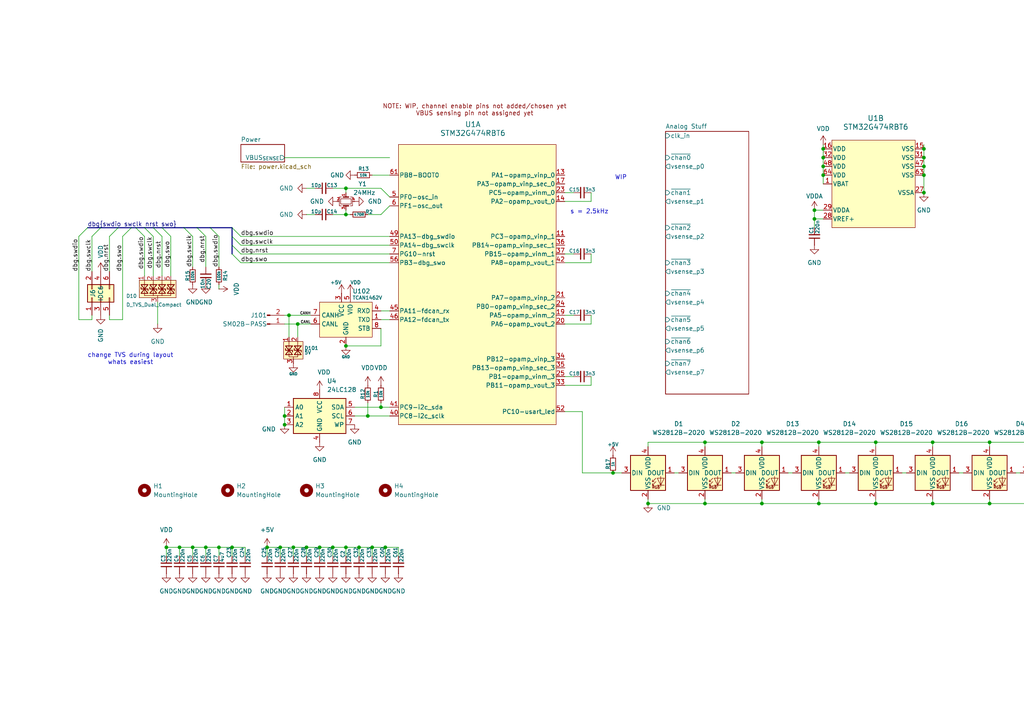
<source format=kicad_sch>
(kicad_sch (version 20250114) (generator "eeschema") (generator_version "9.0")
  (paper "A4")
  (text "s = 2.5kHz" (at 170.942 61.468 0) (effects (font (size 1.27 1.27))))
  (text "WIP" (at 180.086 51.562 0) (effects (font (size 1.27 1.27))))
  (text "change TVS during layout\nwhats easiest" (at 37.846 104.14 0) (effects (font (size 1.27 1.27))))
  (junction (at 77.47 158.75))
  (junction (at 100.33 62.23))
  (junction (at 236.22 63.5))
  (junction (at 177.8 137.16))
  (junction (at 267.97 48.26))
  (junction (at 92.71 158.75))
  (junction (at 111.76 158.75))
  (junction (at 204.47 146.05))
  (junction (at 107.95 158.75))
  (junction (at 303.53 146.05))
  (junction (at 67.31 158.75))
  (junction (at 100.33 54.61))
  (junction (at 267.97 45.72))
  (junction (at 287.02 128.27))
  (junction (at 267.97 50.8))
  (junction (at 100.33 158.75))
  (junction (at 106.68 120.65))
  (junction (at 85.09 158.75))
  (junction (at 52.07 158.75))
  (junction (at 220.98 128.27))
  (junction (at 336.55 128.27))
  (junction (at 237.49 128.27))
  (junction (at 82.55 123.19))
  (junction (at 83.82 91.44))
  (junction (at 238.76 50.8))
  (junction (at 270.51 146.05))
  (junction (at 187.96 146.05))
  (junction (at 303.53 128.27))
  (junction (at 110.49 118.11))
  (junction (at 267.97 43.18))
  (junction (at 270.51 128.27))
  (junction (at 237.49 146.05))
  (junction (at 86.36 93.98))
  (junction (at 63.5 158.75))
  (junction (at 238.76 43.18))
  (junction (at 55.88 158.75))
  (junction (at 238.76 48.26))
  (junction (at 104.14 158.75))
  (junction (at 88.9 158.75))
  (junction (at 48.26 158.75))
  (junction (at 59.69 158.75))
  (junction (at 287.02 146.05))
  (junction (at 267.97 55.88))
  (junction (at 81.28 158.75))
  (junction (at 220.98 146.05))
  (junction (at 320.04 146.05))
  (junction (at 236.22 60.96))
  (junction (at 100.33 100.33))
  (junction (at 204.47 128.27))
  (junction (at 254 146.05))
  (junction (at 96.52 158.75))
  (junction (at 82.55 120.65))
  (junction (at 320.04 128.27))
  (junction (at 238.76 45.72))
  (junction (at 254 128.27))
  (no_connect (at 344.17 137.16))
  (bus_entry (at 34.29 66.04) (size -2.54 2.54))
  (bus_entry (at 44.45 66.04) (size 2.54 2.54))
  (bus_entry (at 41.91 66.04) (size 2.54 2.54))
  (bus_entry (at 46.99 66.04) (size 2.54 2.54))
  (bus_entry (at 38.1 66.04) (size -2.54 2.54))
  (bus_entry (at 39.37 66.04) (size 2.54 2.54))
  (bus_entry (at 57.15 66.04) (size 2.54 2.54))
  (bus_entry (at 67.31 68.58) (size 2.54 2.54))
  (bus_entry (at 53.34 66.04) (size 2.54 2.54))
  (bus_entry (at 67.31 71.12) (size 2.54 2.54))
  (bus_entry (at 60.96 66.04) (size 2.54 2.54))
  (bus_entry (at 67.31 73.66) (size 2.54 2.54))
  (bus_entry (at 25.4 66.04) (size -2.54 2.54))
  (bus_entry (at 29.21 66.04) (size -2.54 2.54))
  (bus_entry (at 67.31 66.04) (size 2.54 2.54))
  (wire (pts (xy 82.55 91.44) (xy 83.82 91.44)))
  (wire (pts (xy 77.47 158.75) (xy 81.28 158.75)))
  (wire (pts (xy 237.49 144.78) (xy 237.49 146.05)))
  (wire (pts (xy 100.33 54.61) (xy 110.49 54.61)))
  (wire (pts (xy 110.49 92.71) (xy 113.03 92.71)))
  (wire (pts (xy 96.52 62.23) (xy 100.33 62.23)))
  (bus (pts (xy 53.34 66.04) (xy 57.15 66.04)))
  (wire (pts (xy 63.5 158.75) (xy 67.31 158.75)))
  (wire (pts (xy 187.96 128.27) (xy 204.47 128.27)))
  (wire (pts (xy 82.55 45.72) (xy 113.03 45.72)))
  (wire (pts (xy 92.71 158.75) (xy 96.52 158.75)))
  (wire (pts (xy 59.69 68.58) (xy 59.69 77.47)))
  (wire (pts (xy 110.49 62.23) (xy 113.03 59.69)))
  (wire (pts (xy 238.76 50.8) (xy 238.76 53.34)))
  (wire (pts (xy 171.45 91.44) (xy 171.45 93.98)))
  (wire (pts (xy 46.99 68.58) (xy 46.99 80.01)))
  (wire (pts (xy 303.53 146.05) (xy 320.04 146.05)))
  (wire (pts (xy 22.86 92.71) (xy 26.67 92.71)))
  (wire (pts (xy 49.53 68.58) (xy 49.53 80.01)))
  (wire (pts (xy 204.47 146.05) (xy 220.98 146.05)))
  (wire (pts (xy 168.91 137.16) (xy 168.91 119.38)))
  (wire (pts (xy 236.22 63.5) (xy 238.76 63.5)))
  (wire (pts (xy 110.49 118.11) (xy 113.03 118.11)))
  (wire (pts (xy 45.72 93.98) (xy 45.72 87.63)))
  (wire (pts (xy 220.98 128.27) (xy 237.49 128.27)))
  (wire (pts (xy 55.88 68.58) (xy 55.88 77.47)))
  (wire (pts (xy 166.37 91.44) (xy 163.83 91.44)))
  (wire (pts (xy 237.49 146.05) (xy 254 146.05)))
  (wire (pts (xy 171.45 93.98) (xy 163.83 93.98)))
  (wire (pts (xy 88.9 158.75) (xy 92.71 158.75)))
  (wire (pts (xy 267.97 43.18) (xy 267.97 45.72)))
  (wire (pts (xy 86.36 93.98) (xy 86.36 97.79)))
  (wire (pts (xy 187.96 144.78) (xy 187.96 146.05)))
  (wire (pts (xy 238.76 41.91) (xy 238.76 43.18)))
  (wire (pts (xy 212.09 137.16) (xy 213.36 137.16)))
  (wire (pts (xy 168.91 137.16) (xy 177.8 137.16)))
  (wire (pts (xy 267.97 50.8) (xy 267.97 55.88)))
  (wire (pts (xy 69.85 73.66) (xy 113.03 73.66)))
  (wire (pts (xy 237.49 128.27) (xy 254 128.27)))
  (wire (pts (xy 238.76 43.18) (xy 238.76 45.72)))
  (wire (pts (xy 83.82 91.44) (xy 83.82 97.79)))
  (wire (pts (xy 63.5 68.58) (xy 63.5 77.47)))
  (wire (pts (xy 67.31 158.75) (xy 67.31 161.29)))
  (wire (pts (xy 85.09 158.75) (xy 85.09 161.29)))
  (wire (pts (xy 35.56 68.58) (xy 35.56 92.71)))
  (wire (pts (xy 100.33 62.23) (xy 101.6 62.23)))
  (wire (pts (xy 107.95 158.75) (xy 111.76 158.75)))
  (wire (pts (xy 238.76 45.72) (xy 238.76 48.26)))
  (wire (pts (xy 63.5 83.82) (xy 63.5 82.55)))
  (wire (pts (xy 238.76 48.26) (xy 238.76 50.8)))
  (bus (pts (xy 67.31 66.04) (xy 67.31 68.58)))
  (wire (pts (xy 104.14 158.75) (xy 104.14 161.29)))
  (wire (pts (xy 303.53 128.27) (xy 320.04 128.27)))
  (wire (pts (xy 71.12 158.75) (xy 71.12 161.29)))
  (wire (pts (xy 59.69 158.75) (xy 59.69 161.29)))
  (wire (pts (xy 270.51 128.27) (xy 287.02 128.27)))
  (wire (pts (xy 55.88 158.75) (xy 55.88 161.29)))
  (wire (pts (xy 267.97 41.91) (xy 267.97 43.18)))
  (wire (pts (xy 88.9 62.23) (xy 91.44 62.23)))
  (wire (pts (xy 254 144.78) (xy 254 146.05)))
  (wire (pts (xy 85.09 158.75) (xy 88.9 158.75)))
  (wire (pts (xy 100.33 158.75) (xy 104.14 158.75)))
  (wire (pts (xy 110.49 95.25) (xy 110.49 100.33)))
  (wire (pts (xy 102.87 120.65) (xy 106.68 120.65)))
  (wire (pts (xy 26.67 68.58) (xy 26.67 78.74)))
  (wire (pts (xy 171.45 76.2) (xy 163.83 76.2)))
  (wire (pts (xy 115.57 158.75) (xy 115.57 161.29)))
  (wire (pts (xy 82.55 118.11) (xy 82.55 120.65)))
  (wire (pts (xy 168.91 119.38) (xy 163.83 119.38)))
  (wire (pts (xy 111.76 158.75) (xy 115.57 158.75)))
  (wire (pts (xy 171.45 58.42) (xy 163.83 58.42)))
  (wire (pts (xy 171.45 55.88) (xy 171.45 58.42)))
  (bus (pts (xy 67.31 68.58) (xy 67.31 71.12)))
  (wire (pts (xy 287.02 128.27) (xy 287.02 129.54)))
  (wire (pts (xy 82.55 120.65) (xy 82.55 123.19)))
  (wire (pts (xy 171.45 73.66) (xy 171.45 76.2)))
  (wire (pts (xy 41.91 68.58) (xy 41.91 80.01)))
  (wire (pts (xy 26.67 91.44) (xy 26.67 92.71)))
  (wire (pts (xy 171.45 111.76) (xy 163.83 111.76)))
  (wire (pts (xy 96.52 158.75) (xy 96.52 161.29)))
  (wire (pts (xy 228.6 137.16) (xy 229.87 137.16)))
  (wire (pts (xy 69.85 76.2) (xy 113.03 76.2)))
  (wire (pts (xy 111.76 158.75) (xy 111.76 161.29)))
  (bus (pts (xy 60.96 66.04) (xy 67.31 66.04)))
  (wire (pts (xy 187.96 146.05) (xy 204.47 146.05)))
  (wire (pts (xy 270.51 146.05) (xy 287.02 146.05)))
  (wire (pts (xy 336.55 144.78) (xy 336.55 146.05)))
  (wire (pts (xy 55.88 158.75) (xy 59.69 158.75)))
  (wire (pts (xy 48.26 158.75) (xy 48.26 161.29)))
  (wire (pts (xy 107.95 158.75) (xy 107.95 161.29)))
  (bus (pts (xy 41.91 66.04) (xy 44.45 66.04)))
  (wire (pts (xy 336.55 128.27) (xy 336.55 129.54)))
  (wire (pts (xy 187.96 128.27) (xy 187.96 129.54)))
  (wire (pts (xy 237.49 128.27) (xy 237.49 129.54)))
  (wire (pts (xy 106.68 116.84) (xy 106.68 120.65)))
  (wire (pts (xy 345.44 128.27) (xy 336.55 128.27)))
  (wire (pts (xy 166.37 73.66) (xy 163.83 73.66)))
  (bus (pts (xy 67.31 71.12) (xy 67.31 73.66)))
  (wire (pts (xy 220.98 146.05) (xy 237.49 146.05)))
  (wire (pts (xy 88.9 54.61) (xy 91.44 54.61)))
  (wire (pts (xy 31.75 92.71) (xy 31.75 91.44)))
  (wire (pts (xy 261.62 137.16) (xy 262.89 137.16)))
  (wire (pts (xy 204.47 128.27) (xy 220.98 128.27)))
  (wire (pts (xy 110.49 90.17) (xy 113.03 90.17)))
  (wire (pts (xy 63.5 158.75) (xy 63.5 161.29)))
  (wire (pts (xy 195.58 137.16) (xy 196.85 137.16)))
  (wire (pts (xy 320.04 146.05) (xy 336.55 146.05)))
  (wire (pts (xy 77.47 158.75) (xy 77.47 161.29)))
  (wire (pts (xy 177.8 137.16) (xy 180.34 137.16)))
  (wire (pts (xy 236.22 63.5) (xy 236.22 66.04)))
  (bus (pts (xy 29.21 66.04) (xy 34.29 66.04)))
  (wire (pts (xy 320.04 144.78) (xy 320.04 146.05)))
  (wire (pts (xy 303.53 144.78) (xy 303.53 146.05)))
  (wire (pts (xy 294.64 137.16) (xy 295.91 137.16)))
  (wire (pts (xy 270.51 144.78) (xy 270.51 146.05)))
  (wire (pts (xy 52.07 158.75) (xy 52.07 161.29)))
  (wire (pts (xy 236.22 60.96) (xy 236.22 63.5)))
  (wire (pts (xy 96.52 158.75) (xy 100.33 158.75)))
  (wire (pts (xy 254 146.05) (xy 270.51 146.05)))
  (wire (pts (xy 81.28 158.75) (xy 85.09 158.75)))
  (wire (pts (xy 254 128.27) (xy 270.51 128.27)))
  (wire (pts (xy 67.31 158.75) (xy 71.12 158.75)))
  (wire (pts (xy 86.36 93.98) (xy 90.17 93.98)))
  (wire (pts (xy 267.97 48.26) (xy 267.97 50.8)))
  (wire (pts (xy 31.75 68.58) (xy 31.75 78.74)))
  (wire (pts (xy 102.87 118.11) (xy 110.49 118.11)))
  (wire (pts (xy 69.85 71.12) (xy 113.03 71.12)))
  (wire (pts (xy 104.14 158.75) (xy 107.95 158.75)))
  (wire (pts (xy 311.15 137.16) (xy 312.42 137.16)))
  (wire (pts (xy 107.95 50.8) (xy 113.03 50.8)))
  (wire (pts (xy 166.37 55.88) (xy 163.83 55.88)))
  (wire (pts (xy 88.9 158.75) (xy 88.9 161.29)))
  (wire (pts (xy 48.26 158.75) (xy 52.07 158.75)))
  (wire (pts (xy 220.98 128.27) (xy 220.98 129.54)))
  (wire (pts (xy 320.04 128.27) (xy 336.55 128.27)))
  (bus (pts (xy 44.45 66.04) (xy 46.99 66.04)))
  (bus (pts (xy 46.99 66.04) (xy 53.34 66.04)))
  (wire (pts (xy 303.53 128.27) (xy 303.53 129.54)))
  (wire (pts (xy 171.45 109.22) (xy 171.45 111.76)))
  (wire (pts (xy 106.68 62.23) (xy 110.49 62.23)))
  (wire (pts (xy 220.98 144.78) (xy 220.98 146.05)))
  (wire (pts (xy 22.86 68.58) (xy 22.86 92.71)))
  (wire (pts (xy 110.49 116.84) (xy 110.49 118.11)))
  (wire (pts (xy 278.13 137.16) (xy 279.4 137.16)))
  (wire (pts (xy 82.55 93.98) (xy 86.36 93.98)))
  (wire (pts (xy 236.22 60.96) (xy 238.76 60.96)))
  (wire (pts (xy 100.33 158.75) (xy 100.33 161.29)))
  (wire (pts (xy 96.52 54.61) (xy 100.33 54.61)))
  (wire (pts (xy 166.37 109.22) (xy 163.83 109.22)))
  (wire (pts (xy 110.49 54.61) (xy 113.03 57.15)))
  (wire (pts (xy 287.02 144.78) (xy 287.02 146.05)))
  (wire (pts (xy 31.75 92.71) (xy 35.56 92.71)))
  (wire (pts (xy 327.66 137.16) (xy 328.93 137.16)))
  (wire (pts (xy 52.07 158.75) (xy 55.88 158.75)))
  (wire (pts (xy 59.69 158.75) (xy 63.5 158.75)))
  (wire (pts (xy 81.28 158.75) (xy 81.28 161.29)))
  (wire (pts (xy 204.47 144.78) (xy 204.47 146.05)))
  (bus (pts (xy 34.29 66.04) (xy 38.1 66.04)))
  (wire (pts (xy 44.45 68.58) (xy 44.45 80.01)))
  (bus (pts (xy 57.15 66.04) (xy 60.96 66.04)))
  (bus (pts (xy 39.37 66.04) (xy 41.91 66.04)))
  (wire (pts (xy 270.51 128.27) (xy 270.51 129.54)))
  (wire (pts (xy 110.49 100.33) (xy 100.33 100.33)))
  (bus (pts (xy 25.4 66.04) (xy 29.21 66.04)))
  (wire (pts (xy 69.85 68.58) (xy 113.03 68.58)))
  (bus (pts (xy 38.1 66.04) (xy 39.37 66.04)))
  (wire (pts (xy 254 128.27) (xy 254 129.54)))
  (wire (pts (xy 83.82 91.44) (xy 90.17 91.44)))
  (wire (pts (xy 287.02 128.27) (xy 303.53 128.27)))
  (wire (pts (xy 100.33 60.96) (xy 100.33 62.23)))
  (wire (pts (xy 92.71 158.75) (xy 92.71 161.29)))
  (wire (pts (xy 320.04 128.27) (xy 320.04 129.54)))
  (wire (pts (xy 204.47 128.27) (xy 204.47 129.54)))
  (wire (pts (xy 267.97 45.72) (xy 267.97 48.26)))
  (wire (pts (xy 287.02 146.05) (xy 303.53 146.05)))
  (wire (pts (xy 106.68 120.65) (xy 113.03 120.65)))
  (wire (pts (xy 245.11 137.16) (xy 246.38 137.16)))
  (wire (pts (xy 100.33 54.61) (xy 100.33 55.88)))
  (label "dbg.nrst" (at 69.85 73.66 0))
  (label "dbg.swdio" (at 63.5 77.47 90))
  (label "dbg.swo" (at 35.56 78.74 90))
  (label "dbg.swclk" (at 26.67 78.74 90))
  (label "dbg.swclk" (at 44.45 68.58 270))
  (label "CANH" (at 90.17 91.44 180) (effects (font (size 0.762 0.762))))
  (label "dbg.swdio" (at 41.91 68.58 270))
  (label "dbg.nrst" (at 31.75 78.74 90))
  (label "dbg.swclk" (at 55.88 77.47 90))
  (label "dbg.swdio" (at 22.86 78.74 90))
  (label "dbg.swo" (at 69.85 76.2 0))
  (label "dbg.swclk" (at 69.85 71.12 0))
  (label "dbg.swdio" (at 69.85 68.58 0))
  (label "dbg.nrst" (at 46.99 69.85 270))
  (label "dbg.swo" (at 49.53 69.85 270))
  (label "CANL" (at 90.1566 93.98 180) (effects (font (size 0.762 0.762))))
  (label "dbg.nrst" (at 59.69 76.2 90))
  (label "dbg{swdio swclk nrst swo}" (at 25.4 66.04 0))
  (symbol (lib_id "power:GND") (at 29.21 91.44 0) (unit 1)
    (property "Reference" "#PWR036" (effects (hide yes)))
    (property "Value" "GND" (at 29.2099 95.25 90) (effects (justify right)))
    (property "Description" "Power symbol creates a global label with name \"GND\" , ground" (effects (hide yes)))
  )
  (symbol (lib_id "Bluesat:C_CompactV") (at 59.69 80.01 180) (unit 1)
    (property "Reference" "C20" (at 60.579 80.772 90) (effects (font (size 1.016 1.016)) (justify left)))
    (property "Value" "10n" (at 58.801 80.772 90) (effects (font (size 1.016 1.016)) (justify left)))
    (property "Footprint" "Capacitor_SMD:C_0402_1005Metric" (effects (hide yes)))
    (property "Description" "Unpolarized capacitor, compact symbol" (effects (hide yes)))
  )
  (symbol (lib_id "Bluesat:R_CompactV") (at 55.88 80.01 0) (unit 1)
    (property "Reference" "R15" (at 54.991 80.01 90) (effects (font (size 1.016 1.016)) (justify bottom)))
    (property "Value" "100k" (at 55.88 80.01 90) (effects (font (size 0.762 0.762))))
    (property "Footprint" "Resistor_SMD:R_0402_1005Metric" (effects (hide yes)))
    (property "Description" "Resistor, compact symbol" (effects (hide yes)))
  )
  (symbol (lib_id "power:GND") (at 88.9 54.61 270) (unit 1)
    (property "Reference" "#PWR026" (effects (hide yes)))
    (property "Value" "GND" (at 85.09 54.6099 90) (effects (justify right)))
    (property "Description" "Power symbol creates a global label with name \"GND\" , ground" (effects (hide yes)))
  )
  (symbol (lib_id "LED:WS2812B-2020") (at 303.53 137.16 0) (unit 1)
    (property "Reference" "D5" (at 312.42 122.936 0))
    (property "Value" "WS2812B-2020" (at 312.42 125.476 0))
    (property "Footprint" "LED_SMD:LED_WS2812B-2020_PLCC4_2.0x2.0mm" (effects (hide yes)))
    (property "Datasheet" "https://cdn-shop.adafruit.com/product-files/4684/4684_WS2812B-2020_V1.3_EN.pdf" (effects (hide yes)))
    (property "Description" "RGB LED with integrated controller, 2.0 x 2.0 mm, 12 mA" (effects (hide yes)))
  )
  (symbol (lib_id "Bluesat:D_TVS_Dual_Compact") (at 85.09 101.6 0) (unit 1)
    (property "Reference" "D101" (at 88.265 100.965 0) (effects (font (size 1.016 1.016)) (justify left)))
    (property "Value" "5V" (at 88.265 102.235 0) (effects (font (size 1.016 1.016)) (justify left)))
    (property "Footprint" "Package_TO_SOT_SMD:SOT-523" (effects (hide yes)))
    (property "Description" "Dual bidirectional transient-voltage-suppression diode, compact symbol" (effects (hide yes)))
  )
  (symbol (lib_id "power:GND") (at 52.07 166.37 0) (unit 1)
    (property "Reference" "#PWR021" (effects (hide yes)))
    (property "Value" "GND" (at 52.07 171.45 0))
    (property "Description" "Power symbol creates a global label with name \"GND\" , ground" (effects (hide yes)))
  )
  (symbol (lib_id "Mechanical:MountingHole") (at 66.04 142.24 0) (unit 1) (in_bom no)
    (property "Reference" "H2" (at 68.58 140.9699 0) (effects (justify left)))
    (property "Value" "MountingHole" (at 68.58 143.5099 0) (effects (justify left)))
    (property "Footprint" "Bluesat:M2.5" (effects (hide yes)))
    (property "Description" "Mounting Hole without connection" (effects (hide yes)))
  )
  (symbol (lib_id "Mechanical:MountingHole") (at 88.9 142.24 0) (unit 1) (in_bom no)
    (property "Reference" "H3" (at 91.44 140.9699 0) (effects (justify left)))
    (property "Value" "MountingHole" (at 91.44 143.5099 0) (effects (justify left)))
    (property "Footprint" "Bluesat:M2.5" (effects (hide yes)))
    (property "Description" "Mounting Hole without connection" (effects (hide yes)))
  )
  (symbol (lib_id "power:+5V") (at 99.06 85.09 0) (unit 1)
    (property "Reference" "#PWR0108" (effects (hide yes)))
    (property "Value" "+5V" (at 99.06 81.915 0) (effects (font (size 1.016 1.016)) (justify right)))
    (property "Description" "Power symbol creates a global label with name \"+5V\"" (effects (hide yes)))
  )
  (symbol (lib_id "power:GND") (at 71.12 166.37 0) (unit 1)
    (property "Reference" "#PWR053" (effects (hide yes)))
    (property "Value" "GND" (at 71.12 171.45 0))
    (property "Description" "Power symbol creates a global label with name \"GND\" , ground" (effects (hide yes)))
  )
  (symbol (lib_id "Bluesat:C_CompactV") (at 48.26 163.83 0) (unit 1)
    (property "Reference" "C3" (at 47.371 163.068 90) (effects (font (size 1.016 1.016)) (justify left)))
    (property "Value" "220n" (at 49.149 163.068 90) (effects (font (size 1.016 1.016)) (justify left)))
    (property "Footprint" "Capacitor_SMD:C_0402_1005Metric" (effects (hide yes)))
    (property "Description" "Unpolarized capacitor, compact symbol" (effects (hide yes)))
  )
  (symbol (lib_id "power:GND") (at 85.09 166.37 0) (unit 1)
    (property "Reference" "#PWR056" (effects (hide yes)))
    (property "Value" "GND" (at 85.09 171.45 0))
    (property "Description" "Power symbol creates a global label with name \"GND\" , ground" (effects (hide yes)))
  )
  (symbol (lib_id "power:GND") (at 100.33 166.37 0) (unit 1)
    (property "Reference" "#PWR010" (effects (hide yes)))
    (property "Value" "GND" (at 100.33 171.45 0))
    (property "Description" "Power symbol creates a global label with name \"GND\" , ground" (effects (hide yes)))
  )
  (symbol (lib_id "Bluesat:R_CompactV") (at 110.49 114.3 0) (unit 1)
    (property "Reference" "R1" (at 109.601 114.3 90) (effects (font (size 1.016 1.016)) (justify bottom)))
    (property "Value" "10k" (at 110.49 114.3 90) (effects (font (size 0.762 0.762))))
    (property "Footprint" "Resistor_SMD:R_0402_1005Metric" (effects (hide yes)))
    (property "Description" "Resistor, compact symbol" (effects (hide yes)))
  )
  (symbol (lib_id "power:GND") (at 55.88 166.37 0) (unit 1)
    (property "Reference" "#PWR049" (effects (hide yes)))
    (property "Value" "GND" (at 55.88 171.45 0))
    (property "Description" "Power symbol creates a global label with name \"GND\" , ground" (effects (hide yes)))
  )
  (symbol (lib_id "power:GND") (at 107.95 166.37 0) (unit 1)
    (property "Reference" "#PWR06" (effects (hide yes)))
    (property "Value" "GND" (at 107.95 171.45 0))
    (property "Description" "Power symbol creates a global label with name \"GND\" , ground" (effects (hide yes)))
  )
  (symbol (lib_id "Bluesat:C_CompactV") (at 96.52 163.83 0) (unit 1)
    (property "Reference" "C30" (at 95.631 161.798 90) (effects (font (size 1.016 1.016)) (justify left)))
    (property "Value" "220n" (at 97.409 163.068 90) (effects (font (size 1.016 1.016)) (justify left)))
    (property "Footprint" "Capacitor_SMD:C_0402_1005Metric" (effects (hide yes)))
    (property "Description" "Unpolarized capacitor, compact symbol" (effects (hide yes)))
  )
  (symbol (lib_id "LED:WS2812B-2020") (at 254 137.16 0) (unit 1)
    (property "Reference" "D15" (at 262.89 122.936 0))
    (property "Value" "WS2812B-2020" (at 262.89 125.476 0))
    (property "Footprint" "LED_SMD:LED_WS2812B-2020_PLCC4_2.0x2.0mm" (effects (hide yes)))
    (property "Datasheet" "https://cdn-shop.adafruit.com/product-files/4684/4684_WS2812B-2020_V1.3_EN.pdf" (effects (hide yes)))
    (property "Description" "RGB LED with integrated controller, 2.0 x 2.0 mm, 12 mA" (effects (hide yes)))
  )
  (symbol (lib_id "power:GND") (at 96.52 166.37 0) (unit 1)
    (property "Reference" "#PWR059" (effects (hide yes)))
    (property "Value" "GND" (at 96.52 171.45 0))
    (property "Description" "Power symbol creates a global label with name \"GND\" , ground" (effects (hide yes)))
  )
  (symbol (lib_id "power:VDD") (at 238.76 41.91 0) (unit 1)
    (property "Reference" "#PWR045" (effects (hide yes)))
    (property "Value" "VDD" (at 238.76 37.338 0))
    (property "Description" "Power symbol creates a global label with name \"VDD\"" (effects (hide yes)))
  )
  (symbol (lib_id "Bluesat:C_CompactV") (at 115.57 163.83 0) (unit 1)
    (property "Reference" "C61" (at 114.681 161.798 90) (effects (font (size 1.016 1.016)) (justify left)))
    (property "Value" "220n" (at 116.459 163.068 90) (effects (font (size 1.016 1.016)) (justify left)))
    (property "Footprint" "Capacitor_SMD:C_0402_1005Metric" (effects (hide yes)))
    (property "Description" "Unpolarized capacitor, compact symbol" (effects (hide yes)))
  )
  (symbol (lib_id "power:GND") (at 102.87 58.42 90) (unit 1)
    (property "Reference" "#PWR029" (effects (hide yes)))
    (property "Value" "GND" (at 106.68 58.4199 90) (effects (justify right)))
    (property "Description" "Power symbol creates a global label with name \"GND\" , ground" (effects (hide yes)))
  )
  (symbol (lib_id "power:+5V") (at 177.8 132.08 0) (unit 1)
    (property "Reference" "#PWR03" (effects (hide yes)))
    (property "Value" "+5V" (at 177.8 128.905 0) (effects (font (size 1.016 1.016))))
    (property "Description" "Power symbol creates a global label with name \"+5V\"" (effects (hide yes)))
  )
  (symbol (lib_id "power:GND") (at 100.33 100.33 0) (unit 1)
    (property "Reference" "#PWR0111" (effects (hide yes)))
    (property "Value" "GND" (at 100.33 103.505 0) (effects (font (size 0.762 0.762))))
    (property "Description" "Power symbol creates a global label with name \"GND\" , ground" (effects (hide yes)))
  )
  (symbol (lib_id "power:VDD") (at 48.26 158.75 0) (unit 1)
    (property "Reference" "#PWR07" (effects (hide yes)))
    (property "Value" "VDD" (at 48.26 153.67 0))
    (property "Description" "Power symbol creates a global label with name \"VDD\"" (effects (hide yes)))
  )
  (symbol (lib_id "Connector_Generic:Conn_02x03_Odd_Even") (at 29.21 86.36 90) (unit 1)
    (property "Reference" "J6" (at 26.924 85.09 0))
    (property "Value" "IDC6" (at 29.21 85.09 0))
    (property "Footprint" "Bluesat:IDC6" (effects (hide yes)))
    (property "Description" "Generic connector, double row, 02x03, odd/even pin numbering scheme (row 1 odd numbers, row 2 even numbers), script generated (kicad-library-utils/schlib/autogen/connector/)" (effects (hide yes)))
  )
  (symbol (lib_id "Mechanical:MountingHole") (at 111.76 142.24 0) (unit 1) (in_bom no)
    (property "Reference" "H4" (at 114.3 140.9699 0) (effects (justify left)))
    (property "Value" "MountingHole" (at 114.3 143.5099 0) (effects (justify left)))
    (property "Footprint" "Bluesat:M2.5" (effects (hide yes)))
    (property "Description" "Mounting Hole without connection" (effects (hide yes)))
  )
  (symbol (lib_id "power:GND") (at 187.96 146.05 0) (unit 1)
    (property "Reference" "#PWR02" (effects (hide yes)))
    (property "Value" "GND" (at 190.5 147.3199 0) (effects (justify left)))
    (property "Description" "Power symbol creates a global label with name \"GND\" , ground" (effects (hide yes)))
  )
  (symbol (lib_id "power:GND") (at 102.87 123.19 0) (unit 1)
    (property "Reference" "#PWR01" (effects (hide yes)))
    (property "Value" "GND" (at 102.87 128.27 0))
    (property "Description" "Power symbol creates a global label with name \"GND\" , ground" (effects (hide yes)))
  )
  (symbol (lib_id "power:GND") (at 97.79 58.42 270) (unit 1)
    (property "Reference" "#PWR028" (effects (hide yes)))
    (property "Value" "GND" (at 93.98 58.4199 90) (effects (justify right)))
    (property "Description" "Power symbol creates a global label with name \"GND\" , ground" (effects (hide yes)))
  )
  (symbol (lib_id "Bluesat:C_CompactV") (at 85.09 163.83 0) (unit 1)
    (property "Reference" "C27" (at 84.201 161.798 90) (effects (font (size 1.016 1.016)) (justify left)))
    (property "Value" "220n" (at 85.979 163.068 90) (effects (font (size 1.016 1.016)) (justify left)))
    (property "Footprint" "Capacitor_SMD:C_0402_1005Metric" (effects (hide yes)))
    (property "Description" "Unpolarized capacitor, compact symbol" (effects (hide yes)))
  )
  (symbol (lib_id "power:GND") (at 82.55 123.19 0) (unit 1)
    (property "Reference" "#PWR047" (effects (hide yes)))
    (property "Value" "GND" (at 80.01 124.4601 0) (effects (justify right)))
    (property "Description" "Power symbol creates a global label with name \"GND\" , ground" (effects (hide yes)))
  )
  (symbol (lib_id "power:VDD") (at 101.6 85.09 0) (unit 1)
    (property "Reference" "#PWR0116" (effects (hide yes)))
    (property "Value" "VDD" (at 101.6 81.915 0) (effects (font (size 1.016 1.016)) (justify left)))
    (property "Description" "Power symbol creates a global label with name \"VDD\"" (effects (hide yes)))
  )
  (symbol (lib_id "power:VDD") (at 63.5 83.82 270) (mirror x) (unit 1)
    (property "Reference" "#PWR041" (effects (hide yes)))
    (property "Value" "VDD" (at 68.58 83.82 0))
    (property "Description" "Power symbol creates a global label with name \"VDD\"" (effects (hide yes)))
  )
  (symbol (lib_id "power:GND") (at 104.14 166.37 0) (unit 1)
    (property "Reference" "#PWR05" (effects (hide yes)))
    (property "Value" "GND" (at 104.14 171.45 0))
    (property "Description" "Power symbol creates a global label with name \"GND\" , ground" (effects (hide yes)))
  )
  (symbol (lib_id "Bluesat:C_CompactH") (at 168.91 91.44 0) (mirror y) (unit 1)
    (property "Reference" "C17" (at 168.148 90.551 0) (effects (font (size 1.016 1.016)) (justify left)))
    (property "Value" "3n3" (at 169.672 90.551 0) (effects (font (size 1.016 1.016)) (justify right)))
    (property "Footprint" "Capacitor_SMD:C_0402_1005Metric" (effects (hide yes)))
    (property "Description" "Unpolarized capacitor, compact symbol" (effects (hide yes)))
  )
  (symbol (lib_id "power:GND") (at 88.9 166.37 0) (unit 1)
    (property "Reference" "#PWR057" (effects (hide yes)))
    (property "Value" "GND" (at 88.9 171.45 0))
    (property "Description" "Power symbol creates a global label with name \"GND\" , ground" (effects (hide yes)))
  )
  (symbol (lib_id "LED:WS2812B-2020") (at 220.98 137.16 0) (unit 1)
    (property "Reference" "D13" (at 229.87 122.936 0))
    (property "Value" "WS2812B-2020" (at 229.87 125.476 0))
    (property "Footprint" "LED_SMD:LED_WS2812B-2020_PLCC4_2.0x2.0mm" (effects (hide yes)))
    (property "Datasheet" "https://cdn-shop.adafruit.com/product-files/4684/4684_WS2812B-2020_V1.3_EN.pdf" (effects (hide yes)))
    (property "Description" "RGB LED with integrated controller, 2.0 x 2.0 mm, 12 mA" (effects (hide yes)))
  )
  (symbol (lib_id "Bluesat:C_CompactH") (at 93.98 54.61 0) (unit 1)
    (property "Reference" "C13" (at 94.742 53.721 0) (effects (font (size 1.016 1.016)) (justify left)))
    (property "Value" "10p" (at 93.218 53.721 0) (effects (font (size 1.016 1.016)) (justify right)))
    (property "Footprint" "Capacitor_SMD:C_0402_1005Metric" (effects (hide yes)))
    (property "Description" "Unpolarized capacitor, compact symbol" (effects (hide yes)))
  )
  (symbol (lib_id "LED:WS2812B-2020") (at 320.04 137.16 0) (unit 1)
    (property "Reference" "D6" (at 328.93 122.936 0))
    (property "Value" "WS2812B-2020" (at 328.93 125.476 0))
    (property "Footprint" "LED_SMD:LED_WS2812B-2020_PLCC4_2.0x2.0mm" (effects (hide yes)))
    (property "Datasheet" "https://cdn-shop.adafruit.com/product-files/4684/4684_WS2812B-2020_V1.3_EN.pdf" (effects (hide yes)))
    (property "Description" "RGB LED with integrated controller, 2.0 x 2.0 mm, 12 mA" (effects (hide yes)))
  )
  (symbol (lib_id "power:VDD") (at 110.49 111.76 0) (unit 1)
    (property "Reference" "#PWR04" (effects (hide yes)))
    (property "Value" "VDD" (at 110.49 106.68 0))
    (property "Description" "Power symbol creates a global label with name \"VDD\"" (effects (hide yes)))
  )
  (symbol (lib_id "power:GND") (at 77.47 166.37 0) (unit 1)
    (property "Reference" "#PWR054" (effects (hide yes)))
    (property "Value" "GND" (at 77.47 171.45 0))
    (property "Description" "Power symbol creates a global label with name \"GND\" , ground" (effects (hide yes)))
  )
  (symbol (lib_id "power:+5V") (at 77.47 158.75 0) (unit 1)
    (property "Reference" "#PWR09" (effects (hide yes)))
    (property "Value" "+5V" (at 77.47 153.67 0))
    (property "Description" "Power symbol creates a global label with name \"+5V\"" (effects (hide yes)))
  )
  (symbol (lib_id "Bluesat:C_CompactV") (at 71.12 163.83 0) (unit 1)
    (property "Reference" "C24" (at 70.231 161.798 90) (effects (font (size 1.016 1.016)) (justify left)))
    (property "Value" "220n" (at 72.009 163.068 90) (effects (font (size 1.016 1.016)) (justify left)))
    (property "Footprint" "Capacitor_SMD:C_0402_1005Metric" (effects (hide yes)))
    (property "Description" "Unpolarized capacitor, compact symbol" (effects (hide yes)))
  )
  (symbol (lib_id "power:GND") (at 59.69 166.37 0) (unit 1)
    (property "Reference" "#PWR050" (effects (hide yes)))
    (property "Value" "GND" (at 59.69 171.45 0))
    (property "Description" "Power symbol creates a global label with name \"GND\" , ground" (effects (hide yes)))
  )
  (symbol (lib_id "LED:WS2812B-2020") (at 237.49 137.16 0) (unit 1)
    (property "Reference" "D14" (at 246.38 122.936 0))
    (property "Value" "WS2812B-2020" (at 246.38 125.476 0))
    (property "Footprint" "LED_SMD:LED_WS2812B-2020_PLCC4_2.0x2.0mm" (effects (hide yes)))
    (property "Datasheet" "https://cdn-shop.adafruit.com/product-files/4684/4684_WS2812B-2020_V1.3_EN.pdf" (effects (hide yes)))
    (property "Description" "RGB LED with integrated controller, 2.0 x 2.0 mm, 12 mA" (effects (hide yes)))
  )
  (symbol (lib_id "Bluesat:R_CompactH") (at 63.5 80.01 270) (mirror x) (unit 1)
    (property "Reference" "R14" (at 64.77 81.534 0) (effects (font (size 1.016 1.016)) (justify left bottom)))
    (property "Value" "100k" (at 63.5 80.01 0) (effects (font (size 0.762 0.762))))
    (property "Footprint" "Resistor_SMD:R_0402_1005Metric" (effects (hide yes)))
    (property "Description" "Resistor, compact symbol" (effects (hide yes)))
  )
  (symbol (lib_id "Bluesat:C_CompactV") (at 104.14 163.83 0) (unit 1)
    (property "Reference" "C32" (at 103.251 161.798 90) (effects (font (size 1.016 1.016)) (justify left)))
    (property "Value" "220n" (at 105.029 163.068 90) (effects (font (size 1.016 1.016)) (justify left)))
    (property "Footprint" "Capacitor_SMD:C_0402_1005Metric" (effects (hide yes)))
    (property "Description" "Unpolarized capacitor, compact symbol" (effects (hide yes)))
  )
  (symbol (lib_id "power:VDDA") (at 236.22 60.96 0) (unit 1)
    (property "Reference" "#PWR044" (effects (hide yes)))
    (property "Value" "VDDA" (at 236.22 56.896 0))
    (property "Description" "Power symbol creates a global label with name \"VDDA\"" (effects (hide yes)))
  )
  (symbol (lib_id "Bluesat:C_CompactH") (at 168.91 55.88 0) (mirror y) (unit 1)
    (property "Reference" "C15" (at 168.148 54.991 0) (effects (font (size 1.016 1.016)) (justify left)))
    (property "Value" "3n3" (at 169.672 54.991 0) (effects (font (size 1.016 1.016)) (justify right)))
    (property "Footprint" "Capacitor_SMD:C_0402_1005Metric" (effects (hide yes)))
    (property "Description" "Unpolarized capacitor, compact symbol" (effects (hide yes)))
  )
  (symbol (lib_id "Bluesat:C_CompactV") (at 52.07 163.83 0) (unit 1)
    (property "Reference" "C4" (at 51.181 163.068 90) (effects (font (size 1.016 1.016)) (justify left)))
    (property "Value" "220n" (at 52.959 163.068 90) (effects (font (size 1.016 1.016)) (justify left)))
    (property "Footprint" "Capacitor_SMD:C_0402_1005Metric" (effects (hide yes)))
    (property "Description" "Unpolarized capacitor, compact symbol" (effects (hide yes)))
  )
  (symbol (lib_id "power:GND") (at 81.28 166.37 0) (unit 1)
    (property "Reference" "#PWR055" (effects (hide yes)))
    (property "Value" "GND" (at 81.28 171.45 0))
    (property "Description" "Power symbol creates a global label with name \"GND\" , ground" (effects (hide yes)))
  )
  (symbol (lib_id "LED:WS2812B-2020") (at 204.47 137.16 0) (unit 1)
    (property "Reference" "D2" (at 213.36 122.936 0))
    (property "Value" "WS2812B-2020" (at 213.36 125.476 0))
    (property "Footprint" "LED_SMD:LED_WS2812B-2020_PLCC4_2.0x2.0mm" (effects (hide yes)))
    (property "Datasheet" "https://cdn-shop.adafruit.com/product-files/4684/4684_WS2812B-2020_V1.3_EN.pdf" (effects (hide yes)))
    (property "Description" "RGB LED with integrated controller, 2.0 x 2.0 mm, 12 mA" (effects (hide yes)))
  )
  (symbol (lib_id "Bluesat:R_CompactH") (at 104.14 62.23 0) (unit 1)
    (property "Reference" "R2" (at 105.9815 62.0395 0) (effects (font (size 1.016 1.016)) (justify left bottom)))
    (property "Value" "470R" (at 104.14 62.23 0) (effects (font (size 0.762 0.762))))
    (property "Footprint" "Resistor_SMD:R_0402_1005Metric" (effects (hide yes)))
    (property "Description" "Resistor, compact symbol" (effects (hide yes)))
  )
  (symbol (lib_id "Mechanical:MountingHole") (at 41.91 142.24 0) (unit 1) (in_bom no)
    (property "Reference" "H1" (at 44.45 140.9699 0) (effects (justify left)))
    (property "Value" "MountingHole" (at 44.45 143.5099 0) (effects (justify left)))
    (property "Footprint" "Bluesat:M2.5" (effects (hide yes)))
    (property "Description" "Mounting Hole without connection" (effects (hide yes)))
  )
  (symbol (lib_id "Bluesat:C_CompactV") (at 107.95 163.83 0) (unit 1)
    (property "Reference" "C33" (at 107.061 161.798 90) (effects (font (size 1.016 1.016)) (justify left)))
    (property "Value" "220n" (at 108.839 163.068 90) (effects (font (size 1.016 1.016)) (justify left)))
    (property "Footprint" "Capacitor_SMD:C_0402_1005Metric" (effects (hide yes)))
    (property "Description" "Unpolarized capacitor, compact symbol" (effects (hide yes)))
  )
  (symbol (lib_id "power:GND") (at 59.69 82.55 0) (unit 1)
    (property "Reference" "#PWR068" (effects (hide yes)))
    (property "Value" "GND" (at 59.69 87.63 0))
    (property "Description" "Power symbol creates a global label with name \"GND\" , ground" (effects (hide yes)))
  )
  (symbol (lib_id "Memory_EEPROM:24LC128") (at 92.71 120.65 0) (unit 1)
    (property "Reference" "U4" (at 94.8533 110.49 0) (effects (justify left)))
    (property "Value" "24LC128" (at 94.8533 113.03 0) (effects (justify left)))
    (property "Footprint" "Package_SO:TSSOP-8_4.4x3mm_P0.65mm" (effects (hide yes)))
    (property "Datasheet" "http://ww1.microchip.com/downloads/en/DeviceDoc/21191s.pdf" (effects (hide yes)))
    (property "Description" "I2C Serial EEPROM, 128Kb, DIP-8/SOIC-8/TSSOP-8/DFN-8" (effects (hide yes)))
  )
  (symbol (lib_id "power:GND") (at 267.97 55.88 0) (unit 1)
    (property "Reference" "#PWR066" (effects (hide yes)))
    (property "Value" "GND" (at 267.97 60.96 0))
    (property "Description" "Power symbol creates a global label with name \"GND\" , ground" (effects (hide yes)))
  )
  (symbol (lib_id "LED:WS2812B-2020") (at 270.51 137.16 0) (unit 1)
    (property "Reference" "D16" (at 278.892 122.936 0))
    (property "Value" "WS2812B-2020" (at 279.4 125.476 0))
    (property "Footprint" "LED_SMD:LED_WS2812B-2020_PLCC4_2.0x2.0mm" (effects (hide yes)))
    (property "Datasheet" "https://cdn-shop.adafruit.com/product-files/4684/4684_WS2812B-2020_V1.3_EN.pdf" (effects (hide yes)))
    (property "Description" "RGB LED with integrated controller, 2.0 x 2.0 mm, 12 mA" (effects (hide yes)))
  )
  (symbol (lib_id "Bluesat:C_CompactV") (at 55.88 163.83 0) (unit 1)
    (property "Reference" "C5" (at 54.991 163.068 90) (effects (font (size 1.016 1.016)) (justify left)))
    (property "Value" "220n" (at 56.769 163.068 90) (effects (font (size 1.016 1.016)) (justify left)))
    (property "Footprint" "Capacitor_SMD:C_0402_1005Metric" (effects (hide yes)))
    (property "Description" "Unpolarized capacitor, compact symbol" (effects (hide yes)))
  )
  (symbol (lib_id "Bluesat:C_CompactV") (at 77.47 163.83 0) (unit 1)
    (property "Reference" "C25" (at 76.581 161.798 90) (effects (font (size 1.016 1.016)) (justify left)))
    (property "Value" "220n" (at 78.359 163.068 90) (effects (font (size 1.016 1.016)) (justify left)))
    (property "Footprint" "Capacitor_SMD:C_0402_1005Metric" (effects (hide yes)))
    (property "Description" "Unpolarized capacitor, compact symbol" (effects (hide yes)))
  )
  (symbol (lib_id "power:VDD") (at 106.68 111.76 0) (unit 1)
    (property "Reference" "#PWR064" (effects (hide yes)))
    (property "Value" "VDD" (at 106.68 106.68 0))
    (property "Description" "Power symbol creates a global label with name \"VDD\"" (effects (hide yes)))
  )
  (symbol (lib_id "Bluesat:C_CompactV") (at 81.28 163.83 0) (unit 1)
    (property "Reference" "C26" (at 80.391 161.798 90) (effects (font (size 1.016 1.016)) (justify left)))
    (property "Value" "220n" (at 82.169 163.068 90) (effects (font (size 1.016 1.016)) (justify left)))
    (property "Footprint" "Capacitor_SMD:C_0402_1005Metric" (effects (hide yes)))
    (property "Description" "Unpolarized capacitor, compact symbol" (effects (hide yes)))
  )
  (symbol (lib_id "power:GND") (at 92.71 166.37 0) (unit 1)
    (property "Reference" "#PWR058" (effects (hide yes)))
    (property "Value" "GND" (at 92.71 171.45 0))
    (property "Description" "Power symbol creates a global label with name \"GND\" , ground" (effects (hide yes)))
  )
  (symbol (lib_id "power:GND") (at 111.76 166.37 0) (unit 1)
    (property "Reference" "#PWR017" (effects (hide yes)))
    (property "Value" "GND" (at 111.76 171.45 0))
    (property "Description" "Power symbol creates a global label with name \"GND\" , ground" (effects (hide yes)))
  )
  (symbol (lib_id "Bluesat:C_CompactV") (at 63.5 163.83 0) (unit 1)
    (property "Reference" "C7" (at 62.611 163.068 90) (effects (font (size 1.016 1.016)) (justify left)))
    (property "Value" "4u7" (at 64.389 163.068 90) (effects (font (size 1.016 1.016)) (justify left)))
    (property "Footprint" "Capacitor_SMD:C_0805_2012Metric" (effects (hide yes)))
    (property "Description" "Unpolarized capacitor, compact symbol" (effects (hide yes)))
  )
  (symbol (lib_id "Bluesat:C_CompactV") (at 236.22 68.58 0) (unit 1)
    (property "Reference" "C1" (at 235.331 67.818 90) (effects (font (size 1.016 1.016)) (justify left)))
    (property "Value" "220n" (at 237.109 67.818 90) (effects (font (size 1.016 1.016)) (justify left)))
    (property "Footprint" "Capacitor_SMD:C_0402_1005Metric" (effects (hide yes)))
    (property "Description" "Unpolarized capacitor, compact symbol" (effects (hide yes)))
  )
  (symbol (lib_id "Bluesat:D_TVS_Quad_Compact") (at 45.72 83.82 0) (unit 1)
    (property "Reference" "D10" (at 36.576 85.852 0) (effects (font (size 1.016 1.016)) (justify left)))
    (property "Value" "D_TVS_Dual_Compact" (at 36.576 88.392 0) (effects (font (size 1.016 1.016)) (justify left)))
    (property "Footprint" "Package_DFN_QFN:Diodes_UDFN-10_1.0x2.5mm_P0.5mm" (effects (hide yes)))
    (property "Description" "Dual bidirectional transient-voltage-suppression diode, compact symbol" (effects (hide yes)))
  )
  (symbol (lib_id "power:GND") (at 115.57 166.37 0) (unit 1)
    (property "Reference" "#PWR018" (effects (hide yes)))
    (property "Value" "GND" (at 115.57 171.45 0))
    (property "Description" "Power symbol creates a global label with name \"GND\" , ground" (effects (hide yes)))
  )
  (symbol (lib_id "Device:Crystal_GND24_Small") (at 100.33 58.42 270) (unit 1)
    (property "Reference" "Y1" (at 105.156 53.34 90))
    (property "Value" "24MHz" (at 105.664 55.88 90))
    (property "Footprint" "Crystal:Crystal_SMD_2016-4Pin_2.0x1.6mm" (effects (hide yes)))
    (property "Description" "Four pin crystal, GND on pins 2 and 4, small symbol" (effects (hide yes)))
  )
  (symbol (lib_id "Bluesat:TCAN1462V") (at 100.33 92.71 0) (mirror y) (unit 1)
    (property "Reference" "U102" (at 102.235 84.455 0) (effects (justify right)))
    (property "Value" "TCAN1462V" (at 102.235 86.36 0) (effects (font (size 1.016 1.016)) (justify right)))
    (property "Footprint" "Package_SO:SOIC-8_3.9x4.9mm_P1.27mm" (effects (hide yes)))
  )
  (symbol (lib_id "power:GND") (at 48.26 166.37 0) (unit 1)
    (property "Reference" "#PWR08" (effects (hide yes)))
    (property "Value" "GND" (at 48.26 171.45 0))
    (property "Description" "Power symbol creates a global label with name \"GND\" , ground" (effects (hide yes)))
  )
  (symbol (lib_id "power:GND") (at 88.9 62.23 270) (unit 1)
    (property "Reference" "#PWR027" (effects (hide yes)))
    (property "Value" "GND" (at 85.09 62.2299 90) (effects (justify right)))
    (property "Description" "Power symbol creates a global label with name \"GND\" , ground" (effects (hide yes)))
  )
  (symbol (lib_id "power:VDD") (at 92.71 113.03 0) (unit 1)
    (property "Reference" "#PWR039" (effects (hide yes)))
    (property "Value" "VDD" (at 93.98 107.95 0))
    (property "Description" "Power symbol creates a global label with name \"VDD\"" (effects (hide yes)))
  )
  (symbol (lib_id "Bluesat:R_CompactV") (at 106.68 114.3 0) (unit 1)
    (property "Reference" "R12" (at 105.791 114.3 90) (effects (font (size 1.016 1.016)) (justify bottom)))
    (property "Value" "10k" (at 106.68 114.3 90) (effects (font (size 0.762 0.762))))
    (property "Footprint" "Resistor_SMD:R_0402_1005Metric" (effects (hide yes)))
    (property "Description" "Resistor, compact symbol" (effects (hide yes)))
  )
  (symbol (lib_id "power:GND") (at 55.88 82.55 0) (unit 1)
    (property "Reference" "#PWR042" (effects (hide yes)))
    (property "Value" "GND" (at 55.88 87.63 0))
    (property "Description" "Power symbol creates a global label with name \"GND\" , ground" (effects (hide yes)))
  )
  (symbol (lib_id "Connector:Conn_01x02_Pin") (at 77.47 93.98 0) (mirror x) (unit 1)
    (property "Reference" "J101" (at 77.47 91.44 0) (effects (justify right)))
    (property "Value" "SM02B-PASS" (at 77.47 93.98 0) (effects (justify right)))
    (property "Footprint" "Bluesat:SM02B-PASS" (effects (hide yes)))
    (property "Description" "Generic connector, single row, 01x02, script generated" (effects (hide yes)))
  )
  (symbol (lib_id "power:GND") (at 102.87 50.8 270) (unit 1)
    (property "Reference" "#PWR038" (effects (hide yes)))
    (property "Value" "GND" (at 97.79 50.8 90))
    (property "Description" "Power symbol creates a global label with name \"GND\" , ground" (effects (hide yes)))
  )
  (symbol (lib_id "power:GND") (at 63.5 166.37 0) (unit 1)
    (property "Reference" "#PWR051" (effects (hide yes)))
    (property "Value" "GND" (at 63.5 171.45 0))
    (property "Description" "Power symbol creates a global label with name \"GND\" , ground" (effects (hide yes)))
  )
  (symbol (lib_id "Bluesat:C_CompactV") (at 67.31 163.83 0) (unit 1)
    (property "Reference" "C23" (at 66.421 161.798 90) (effects (font (size 1.016 1.016)) (justify left)))
    (property "Value" "220n" (at 68.199 163.068 90) (effects (font (size 1.016 1.016)) (justify left)))
    (property "Footprint" "Capacitor_SMD:C_0402_1005Metric" (effects (hide yes)))
    (property "Description" "Unpolarized capacitor, compact symbol" (effects (hide yes)))
  )
  (symbol (lib_id "Bluesat:C_CompactH") (at 168.91 73.66 0) (mirror y) (unit 1)
    (property "Reference" "C16" (at 168.148 72.771 0) (effects (font (size 1.016 1.016)) (justify left)))
    (property "Value" "3n3" (at 169.672 72.771 0) (effects (font (size 1.016 1.016)) (justify right)))
    (property "Footprint" "Capacitor_SMD:C_0402_1005Metric" (effects (hide yes)))
    (property "Description" "Unpolarized capacitor, compact symbol" (effects (hide yes)))
  )
  (symbol (lib_id "Bluesat:C_CompactH") (at 93.98 62.23 0) (unit 1)
    (property "Reference" "C14" (at 94.742 61.341 0) (effects (font (size 1.016 1.016)) (justify left)))
    (property "Value" "10p" (at 93.218 61.341 0) (effects (font (size 1.016 1.016)) (justify right)))
    (property "Footprint" "Capacitor_SMD:C_0402_1005Metric" (effects (hide yes)))
    (property "Description" "Unpolarized capacitor, compact symbol" (effects (hide yes)))
  )
  (symbol (lib_id "power:GND") (at 236.22 71.12 0) (unit 1)
    (property "Reference" "#PWR043" (effects (hide yes)))
    (property "Value" "GND" (at 236.22 76.2 0))
    (property "Description" "Power symbol creates a global label with name \"GND\" , ground" (effects (hide yes)))
  )
  (symbol (lib_id "power:GND") (at 67.31 166.37 0) (unit 1)
    (property "Reference" "#PWR052" (effects (hide yes)))
    (property "Value" "GND" (at 67.31 171.45 0))
    (property "Description" "Power symbol creates a global label with name \"GND\" , ground" (effects (hide yes)))
  )
  (symbol (lib_id "power:+5V") (at 345.44 128.27 270) (unit 1)
    (property "Reference" "#PWR071" (effects (hide yes)))
    (property "Value" "+5V" (at 349.758 128.27 0) (effects (font (size 1.016 1.016))))
    (property "Description" "Power symbol creates a global label with name \"+5V\"" (effects (hide yes)))
  )
  (symbol (lib_id "power:VDD") (at 29.21 78.74 0) (unit 1)
    (property "Reference" "#PWR037" (effects (hide yes)))
    (property "Value" "VDD" (at 29.2099 74.93 90) (effects (justify left)))
    (property "Description" "Power symbol creates a global label with name \"VDD\"" (effects (hide yes)))
  )
  (symbol (lib_id "Bluesat:R_CompactV") (at 177.8 134.62 0) (unit 1)
    (property "Reference" "R17" (at 176.911 134.62 90) (effects (font (size 1.016 1.016)) (justify bottom)))
    (property "Value" "1k" (at 177.8 134.62 90) (effects (font (size 0.762 0.762))))
    (property "Footprint" "Resistor_SMD:R_0402_1005Metric" (effects (hide yes)))
    (property "Description" "Resistor, compact symbol" (effects (hide yes)))
  )
  (symbol (lib_id "Bluesat:R_CompactH") (at 105.41 50.8 0) (unit 1)
    (property "Reference" "R13" (at 103.886 49.53 0) (effects (font (size 1.016 1.016)) (justify left bottom)))
    (property "Value" "10k" (at 105.41 50.8 0) (effects (font (size 0.762 0.762))))
    (property "Footprint" "Resistor_SMD:R_0402_1005Metric" (effects (hide yes)))
    (property "Description" "Resistor, compact symbol" (effects (hide yes)))
  )
  (symbol (lib_id "LED:WS2812B-2020") (at 287.02 137.16 0) (unit 1)
    (property "Reference" "D4" (at 295.91 122.936 0))
    (property "Value" "WS2812B-2020" (at 295.91 125.476 0))
    (property "Footprint" "LED_SMD:LED_WS2812B-2020_PLCC4_2.0x2.0mm" (effects (hide yes)))
    (property "Datasheet" "https://cdn-shop.adafruit.com/product-files/4684/4684_WS2812B-2020_V1.3_EN.pdf" (effects (hide yes)))
    (property "Description" "RGB LED with integrated controller, 2.0 x 2.0 mm, 12 mA" (effects (hide yes)))
  )
  (symbol (lib_id "CubeMX:STM32G474RBT6") (at 233.68 43.18 0) (unit 2)
    (property "Reference" "U1" (at 254 34.29 0) (effects (font (size 1.524 1.524))))
    (property "Value" "STM32G474RBT6" (at 254 36.83 0) (effects (font (size 1.524 1.524))))
    (property "Footprint" "Package_QFP:LQFP-64_10x10mm_P0.5mm" (effects (hide yes)))
    (property "Datasheet" "https://www.st.com/resource/en/datasheet/stm32g474cb.pdf" (effects (hide yes)))
  )
  (symbol (lib_id "power:GND") (at 85.09 105.41 0) (unit 1)
    (property "Reference" "#PWR0103" (effects (hide yes)))
    (property "Value" "GND" (at 85.09 108.458 0) (effects (font (size 0.762 0.762))))
    (property "Description" "Power symbol creates a global label with name \"GND\" , ground" (effects (hide yes)))
  )
  (symbol (lib_id "Bluesat:C_CompactV") (at 88.9 163.83 0) (unit 1)
    (property "Reference" "C28" (at 88.011 161.798 90) (effects (font (size 1.016 1.016)) (justify left)))
    (property "Value" "220n" (at 89.789 163.068 90) (effects (font (size 1.016 1.016)) (justify left)))
    (property "Footprint" "Capacitor_SMD:C_0402_1005Metric" (effects (hide yes)))
    (property "Description" "Unpolarized capacitor, compact symbol" (effects (hide yes)))
  )
  (symbol (lib_id "power:GND") (at 45.72 93.98 0) (unit 1)
    (property "Reference" "#PWR046" (effects (hide yes)))
    (property "Value" "GND" (at 45.72 99.06 0))
    (property "Description" "Power symbol creates a global label with name \"GND\" , ground" (effects (hide yes)))
  )
  (symbol (lib_id "power:GND") (at 92.71 128.27 0) (unit 1)
    (property "Reference" "#PWR040" (effects (hide yes)))
    (property "Value" "GND" (at 92.71 133.35 0))
    (property "Description" "Power symbol creates a global label with name \"GND\" , ground" (effects (hide yes)))
  )
  (symbol (lib_id "Bluesat:C_CompactV") (at 92.71 163.83 0) (unit 1)
    (property "Reference" "C29" (at 91.821 161.798 90) (effects (font (size 1.016 1.016)) (justify left)))
    (property "Value" "220n" (at 93.599 163.068 90) (effects (font (size 1.016 1.016)) (justify left)))
    (property "Footprint" "Capacitor_SMD:C_0402_1005Metric" (effects (hide yes)))
    (property "Description" "Unpolarized capacitor, compact symbol" (effects (hide yes)))
  )
  (symbol (lib_id "LED:WS2812B-2020") (at 187.96 137.16 0) (unit 1)
    (property "Reference" "D1" (at 196.85 122.936 0))
    (property "Value" "WS2812B-2020" (at 196.85 125.476 0))
    (property "Footprint" "LED_SMD:LED_WS2812B-2020_PLCC4_2.0x2.0mm" (effects (hide yes)))
    (property "Datasheet" "https://cdn-shop.adafruit.com/product-files/4684/4684_WS2812B-2020_V1.3_EN.pdf" (effects (hide yes)))
    (property "Description" "RGB LED with integrated controller, 2.0 x 2.0 mm, 12 mA" (effects (hide yes)))
  )
  (symbol (lib_id "Bluesat:C_CompactV") (at 59.69 163.83 0) (unit 1)
    (property "Reference" "C6" (at 58.801 163.068 90) (effects (font (size 1.016 1.016)) (justify left)))
    (property "Value" "220n" (at 60.579 163.068 90) (effects (font (size 1.016 1.016)) (justify left)))
    (property "Footprint" "Capacitor_SMD:C_0402_1005Metric" (effects (hide yes)))
    (property "Description" "Unpolarized capacitor, compact symbol" (effects (hide yes)))
  )
  (symbol (lib_id "Bluesat:C_CompactH") (at 168.91 109.22 0) (mirror y) (unit 1)
    (property "Reference" "C18" (at 168.148 108.331 0) (effects (font (size 1.016 1.016)) (justify left)))
    (property "Value" "3n3" (at 169.672 108.331 0) (effects (font (size 1.016 1.016)) (justify right)))
    (property "Footprint" "Capacitor_SMD:C_0402_1005Metric" (effects (hide yes)))
    (property "Description" "Unpolarized capacitor, compact symbol" (effects (hide yes)))
  )
  (symbol (lib_id "LED:WS2812B-2020") (at 336.55 137.16 0) (unit 1)
    (property "Reference" "D7" (at 345.44 123.19 0))
    (property "Value" "WS2812B-2020" (at 345.44 125.476 0))
    (property "Footprint" "LED_SMD:LED_WS2812B-2020_PLCC4_2.0x2.0mm" (effects (hide yes)))
    (property "Datasheet" "https://cdn-shop.adafruit.com/product-files/4684/4684_WS2812B-2020_V1.3_EN.pdf" (effects (hide yes)))
    (property "Description" "RGB LED with integrated controller, 2.0 x 2.0 mm, 12 mA" (effects (hide yes)))
  )
  (symbol (lib_name "STM32G474RBT6_2") (lib_id "CubeMX:STM32G474RBT6") (at 115.57 41.91 0) (unit 1)
    (property "Reference" "U1" (at 137.16 36.068 0) (effects (font (size 1.524 1.524))))
    (property "Value" "STM32G474RBT6" (at 137.16 38.608 0) (effects (font (size 1.524 1.524))))
    (property "Footprint" "Package_QFP:LQFP-64_10x10mm_P0.5mm" (effects (hide yes)))
    (property "Datasheet" "https://www.st.com/resource/en/datasheet/stm32g474cb.pdf" (effects (hide yes)))
  )
  (symbol (lib_id "Bluesat:C_CompactV") (at 111.76 163.83 0) (unit 1)
    (property "Reference" "C60" (at 110.871 161.798 90) (effects (font (size 1.016 1.016)) (justify left)))
    (property "Value" "220n" (at 112.649 163.068 90) (effects (font (size 1.016 1.016)) (justify left)))
    (property "Footprint" "Capacitor_SMD:C_0402_1005Metric" (effects (hide yes)))
    (property "Description" "Unpolarized capacitor, compact symbol" (effects (hide yes)))
  )
  (symbol (lib_id "Bluesat:C_CompactV") (at 100.33 163.83 0) (unit 1)
    (property "Reference" "C2" (at 99.441 161.798 90) (effects (font (size 1.016 1.016)) (justify left)))
    (property "Value" "220n" (at 101.219 163.068 90) (effects (font (size 1.016 1.016)) (justify left)))
    (property "Footprint" "Capacitor_SMD:C_0402_1005Metric" (effects (hide yes)))
    (property "Description" "Unpolarized capacitor, compact symbol" (effects (hide yes)))
  )
  (sheet (at 69.85 41.91) (size 12.7 5.08) (stroke (width 0.1524))
    (property "Sheetname" "Power" (at 69.85 41.1984 0) (effects (justify left bottom)))
    (property "Sheetfile" "power.kicad_sch" (at 69.85 47.5746 0) (effects (justify left top)))
    (pin "VBUS_{SENSE}" output (at 82.55 45.72 0))
  )
  (sheet (at 193.04 38.1) (size 24.13 76.2) (stroke (width 0.1524))
    (property "Sheetname" "Analog Stuff" (at 193.04 37.3884 0) (effects (justify left bottom)))
    (property "Sheetfile" "gate_driver.kicad_sch" (effects (hide yes)))
    (pin "clk_in" input (at 193.04 39.37 180))
    (pin "vsense_p0" output (at 193.04 48.26 180))
    (pin "vsense_p1" output (at 193.04 58.42 180))
    (pin "vsense_p2" output (at 193.04 68.58 180))
    (pin "vsense_p3" output (at 193.04 78.74 180))
    (pin "~{chan0}" input (at 193.04 45.72 180))
    (pin "~{chan1}" input (at 193.04 55.88 180))
    (pin "~{chan2}" input (at 193.04 66.04 180))
    (pin "~{chan3}" input (at 193.04 76.2 180))
    (pin "vsense_p4" output (at 193.04 87.63 180))
    (pin "vsense_p5" output (at 193.04 95.25 180))
    (pin "vsense_p6" output (at 193.04 101.6 180))
    (pin "vsense_p7" output (at 193.04 107.95 180))
    (pin "~{chan4}" input (at 193.04 85.09 180))
    (pin "~{chan5}" input (at 193.04 92.71 180))
    (pin "~{chan6}" input (at 193.04 99.06 180))
    (pin "~{chan7}" input (at 193.04 105.41 180))
  )
)
</source>
